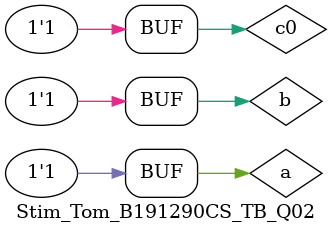
<source format=v>
module NotGate(a,b) ;

output b ;
input a ;

nand(b,a,a) ;

endmodule 

module AndGate(a,b,c) ;

output c ;
input a,b ;
wire x ;

nand(x,a,b) ;
nand(c,x,x) ; 

endmodule 

module OrGate(a,b,c) ;

output c ;
input a,b ;
wire x,y ;

nand(x,a,a) ;
nand(y,b,b) ;
nand(c,x,y) ;

endmodule 

module XorGate(a,b,c) ;

output c ; 
input a,b ;
wire a_,b_,x,y ;

NotGate Na(a,a_) ;
NotGate Nb(b,b_) ;
AndGate A1(a,b_,x) ;
AndGate A2(a_,b,y) ;
OrGate O(x,y,c) ;

endmodule 

module XnorGate(a,b,c) ;

output c ;
input a,b ;
wire x ;

XorGate X(a,b,x) ;
NotGate N(x,c) ;

endmodule 

module FullAdder(a,b,c0,s,c) ;

output s,c ;
input a,b,c0 ;
wire c_,x,x_,y,y_ ;

NotGate N(c0,c_) ;
XorGate X1(a,b,x) ;
XnorGate X2(a,b,x_) ;
AndGate A(a,b,y) ;
OrGate O(a,b,y_) ;
AndGate As1(x,c_,s1) ;
AndGate As2(x_,c0,s2) ;
AndGate Ac1(y,c_,c1) ;
AndGate Ac2(y_,c0,c2) ;
OrGate S(s1,s2,s) ;
OrGate C(c1,c2,c) ;

endmodule 

module Stim_Tom_B191290CS_TB_Q02 ;

wire s,c ;
reg a,b,c0 ;

FullAdder FOut(a,b,c0,s,c) ;

initial 
begin
	c0 = 0 ; a = 0 ; b = 0 ; #10 ; 
	c0 = 0 ; a = 0 ; b = 1 ; #10 ;
	c0 = 0 ; a = 1 ; b = 0 ; #10 ;
	c0 = 0 ; a = 1 ; b = 1 ; #10 ;
	c0 = 1 ; a = 0 ; b = 0 ; #10 ; 
	c0 = 1 ; a = 0 ; b = 1 ; #10 ;
	c0 = 1 ; a = 1 ; b = 0 ; #10 ;
	c0 = 1 ; a = 1 ; b = 1 ; #10 ;
end

endmodule 

</source>
